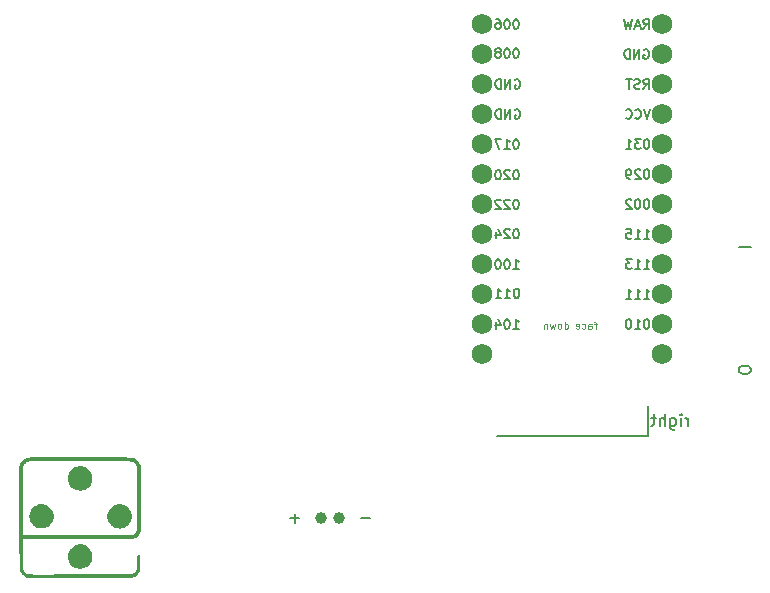
<source format=gbo>
G04 #@! TF.GenerationSoftware,KiCad,Pcbnew,(6.0.8-1)-1*
G04 #@! TF.CreationDate,2022-11-22T18:57:47+00:00*
G04 #@! TF.ProjectId,nine-nano-no-jumpers,6e696e65-2d6e-4616-9e6f-2d6e6f2d6a75,v1.0.0*
G04 #@! TF.SameCoordinates,Original*
G04 #@! TF.FileFunction,Legend,Bot*
G04 #@! TF.FilePolarity,Positive*
%FSLAX46Y46*%
G04 Gerber Fmt 4.6, Leading zero omitted, Abs format (unit mm)*
G04 Created by KiCad (PCBNEW (6.0.8-1)-1) date 2022-11-22 18:57:47*
%MOMM*%
%LPD*%
G01*
G04 APERTURE LIST*
%ADD10C,0.100000*%
%ADD11C,0.150000*%
%ADD12C,1.752600*%
%ADD13C,1.000000*%
G04 APERTURE END LIST*
D10*
G04 #@! TO.C,U1*
X177307142Y-98621428D02*
X177078571Y-98621428D01*
X177221428Y-99021428D02*
X177221428Y-98507142D01*
X177192857Y-98450000D01*
X177135714Y-98421428D01*
X177078571Y-98421428D01*
X176621428Y-99021428D02*
X176621428Y-98707142D01*
X176650000Y-98650000D01*
X176707142Y-98621428D01*
X176821428Y-98621428D01*
X176878571Y-98650000D01*
X176621428Y-98992857D02*
X176678571Y-99021428D01*
X176821428Y-99021428D01*
X176878571Y-98992857D01*
X176907142Y-98935714D01*
X176907142Y-98878571D01*
X176878571Y-98821428D01*
X176821428Y-98792857D01*
X176678571Y-98792857D01*
X176621428Y-98764285D01*
X176078571Y-98992857D02*
X176135714Y-99021428D01*
X176250000Y-99021428D01*
X176307142Y-98992857D01*
X176335714Y-98964285D01*
X176364285Y-98907142D01*
X176364285Y-98735714D01*
X176335714Y-98678571D01*
X176307142Y-98650000D01*
X176250000Y-98621428D01*
X176135714Y-98621428D01*
X176078571Y-98650000D01*
X175592857Y-98992857D02*
X175650000Y-99021428D01*
X175764285Y-99021428D01*
X175821428Y-98992857D01*
X175850000Y-98935714D01*
X175850000Y-98707142D01*
X175821428Y-98650000D01*
X175764285Y-98621428D01*
X175650000Y-98621428D01*
X175592857Y-98650000D01*
X175564285Y-98707142D01*
X175564285Y-98764285D01*
X175850000Y-98821428D01*
X174592857Y-99021428D02*
X174592857Y-98421428D01*
X174592857Y-98992857D02*
X174650000Y-99021428D01*
X174764285Y-99021428D01*
X174821428Y-98992857D01*
X174850000Y-98964285D01*
X174878571Y-98907142D01*
X174878571Y-98735714D01*
X174850000Y-98678571D01*
X174821428Y-98650000D01*
X174764285Y-98621428D01*
X174650000Y-98621428D01*
X174592857Y-98650000D01*
X174221428Y-99021428D02*
X174278571Y-98992857D01*
X174307142Y-98964285D01*
X174335714Y-98907142D01*
X174335714Y-98735714D01*
X174307142Y-98678571D01*
X174278571Y-98650000D01*
X174221428Y-98621428D01*
X174135714Y-98621428D01*
X174078571Y-98650000D01*
X174050000Y-98678571D01*
X174021428Y-98735714D01*
X174021428Y-98907142D01*
X174050000Y-98964285D01*
X174078571Y-98992857D01*
X174135714Y-99021428D01*
X174221428Y-99021428D01*
X173821428Y-98621428D02*
X173707142Y-99021428D01*
X173592857Y-98735714D01*
X173478571Y-99021428D01*
X173364285Y-98621428D01*
X173135714Y-98621428D02*
X173135714Y-99021428D01*
X173135714Y-98678571D02*
X173107142Y-98650000D01*
X173050000Y-98621428D01*
X172964285Y-98621428D01*
X172907142Y-98650000D01*
X172878571Y-98707142D01*
X172878571Y-99021428D01*
D11*
X170550000Y-95611904D02*
X170473809Y-95611904D01*
X170397619Y-95650000D01*
X170359523Y-95688095D01*
X170321428Y-95764285D01*
X170283333Y-95916666D01*
X170283333Y-96107142D01*
X170321428Y-96259523D01*
X170359523Y-96335714D01*
X170397619Y-96373809D01*
X170473809Y-96411904D01*
X170550000Y-96411904D01*
X170626190Y-96373809D01*
X170664285Y-96335714D01*
X170702380Y-96259523D01*
X170740476Y-96107142D01*
X170740476Y-95916666D01*
X170702380Y-95764285D01*
X170664285Y-95688095D01*
X170626190Y-95650000D01*
X170550000Y-95611904D01*
X169521428Y-96411904D02*
X169978571Y-96411904D01*
X169750000Y-96411904D02*
X169750000Y-95611904D01*
X169826190Y-95726190D01*
X169902380Y-95802380D01*
X169978571Y-95840476D01*
X168759523Y-96411904D02*
X169216666Y-96411904D01*
X168988095Y-96411904D02*
X168988095Y-95611904D01*
X169064285Y-95726190D01*
X169140476Y-95802380D01*
X169216666Y-95840476D01*
X181587191Y-98205904D02*
X181511000Y-98205904D01*
X181434810Y-98244000D01*
X181396714Y-98282095D01*
X181358619Y-98358285D01*
X181320524Y-98510666D01*
X181320524Y-98701142D01*
X181358619Y-98853523D01*
X181396714Y-98929714D01*
X181434810Y-98967809D01*
X181511000Y-99005904D01*
X181587191Y-99005904D01*
X181663381Y-98967809D01*
X181701476Y-98929714D01*
X181739571Y-98853523D01*
X181777667Y-98701142D01*
X181777667Y-98510666D01*
X181739571Y-98358285D01*
X181701476Y-98282095D01*
X181663381Y-98244000D01*
X181587191Y-98205904D01*
X180558619Y-99005904D02*
X181015762Y-99005904D01*
X180787191Y-99005904D02*
X180787191Y-98205904D01*
X180863381Y-98320190D01*
X180939571Y-98396380D01*
X181015762Y-98434476D01*
X180063381Y-98205904D02*
X179987191Y-98205904D01*
X179911000Y-98244000D01*
X179872905Y-98282095D01*
X179834810Y-98358285D01*
X179796714Y-98510666D01*
X179796714Y-98701142D01*
X179834810Y-98853523D01*
X179872905Y-98929714D01*
X179911000Y-98967809D01*
X179987191Y-99005904D01*
X180063381Y-99005904D01*
X180139571Y-98967809D01*
X180177667Y-98929714D01*
X180215762Y-98853523D01*
X180253857Y-98701142D01*
X180253857Y-98510666D01*
X180215762Y-98358285D01*
X180177667Y-98282095D01*
X180139571Y-98244000D01*
X180063381Y-98205904D01*
X181587191Y-88045904D02*
X181511000Y-88045904D01*
X181434810Y-88084000D01*
X181396714Y-88122095D01*
X181358619Y-88198285D01*
X181320524Y-88350666D01*
X181320524Y-88541142D01*
X181358619Y-88693523D01*
X181396714Y-88769714D01*
X181434810Y-88807809D01*
X181511000Y-88845904D01*
X181587191Y-88845904D01*
X181663381Y-88807809D01*
X181701476Y-88769714D01*
X181739571Y-88693523D01*
X181777667Y-88541142D01*
X181777667Y-88350666D01*
X181739571Y-88198285D01*
X181701476Y-88122095D01*
X181663381Y-88084000D01*
X181587191Y-88045904D01*
X180825286Y-88045904D02*
X180749095Y-88045904D01*
X180672905Y-88084000D01*
X180634810Y-88122095D01*
X180596714Y-88198285D01*
X180558619Y-88350666D01*
X180558619Y-88541142D01*
X180596714Y-88693523D01*
X180634810Y-88769714D01*
X180672905Y-88807809D01*
X180749095Y-88845904D01*
X180825286Y-88845904D01*
X180901476Y-88807809D01*
X180939571Y-88769714D01*
X180977667Y-88693523D01*
X181015762Y-88541142D01*
X181015762Y-88350666D01*
X180977667Y-88198285D01*
X180939571Y-88122095D01*
X180901476Y-88084000D01*
X180825286Y-88045904D01*
X180253857Y-88122095D02*
X180215762Y-88084000D01*
X180139571Y-88045904D01*
X179949095Y-88045904D01*
X179872905Y-88084000D01*
X179834810Y-88122095D01*
X179796714Y-88198285D01*
X179796714Y-88274476D01*
X179834810Y-88388761D01*
X180291952Y-88845904D01*
X179796714Y-88845904D01*
X181276095Y-78685904D02*
X181542761Y-78304952D01*
X181733238Y-78685904D02*
X181733238Y-77885904D01*
X181428476Y-77885904D01*
X181352285Y-77924000D01*
X181314190Y-77962095D01*
X181276095Y-78038285D01*
X181276095Y-78152571D01*
X181314190Y-78228761D01*
X181352285Y-78266857D01*
X181428476Y-78304952D01*
X181733238Y-78304952D01*
X180971333Y-78647809D02*
X180857047Y-78685904D01*
X180666571Y-78685904D01*
X180590380Y-78647809D01*
X180552285Y-78609714D01*
X180514190Y-78533523D01*
X180514190Y-78457333D01*
X180552285Y-78381142D01*
X180590380Y-78343047D01*
X180666571Y-78304952D01*
X180818952Y-78266857D01*
X180895142Y-78228761D01*
X180933238Y-78190666D01*
X180971333Y-78114476D01*
X180971333Y-78038285D01*
X180933238Y-77962095D01*
X180895142Y-77924000D01*
X180818952Y-77885904D01*
X180628476Y-77885904D01*
X180514190Y-77924000D01*
X180285619Y-77885904D02*
X179828476Y-77885904D01*
X180057047Y-78685904D02*
X180057047Y-77885904D01*
X170512810Y-82965904D02*
X170436619Y-82965904D01*
X170360429Y-83004000D01*
X170322333Y-83042095D01*
X170284238Y-83118285D01*
X170246143Y-83270666D01*
X170246143Y-83461142D01*
X170284238Y-83613523D01*
X170322333Y-83689714D01*
X170360429Y-83727809D01*
X170436619Y-83765904D01*
X170512810Y-83765904D01*
X170589000Y-83727809D01*
X170627095Y-83689714D01*
X170665190Y-83613523D01*
X170703286Y-83461142D01*
X170703286Y-83270666D01*
X170665190Y-83118285D01*
X170627095Y-83042095D01*
X170589000Y-83004000D01*
X170512810Y-82965904D01*
X169484238Y-83765904D02*
X169941381Y-83765904D01*
X169712810Y-83765904D02*
X169712810Y-82965904D01*
X169789000Y-83080190D01*
X169865190Y-83156380D01*
X169941381Y-83194476D01*
X169217571Y-82965904D02*
X168684238Y-82965904D01*
X169027095Y-83765904D01*
X170246143Y-93925904D02*
X170703286Y-93925904D01*
X170474714Y-93925904D02*
X170474714Y-93125904D01*
X170550905Y-93240190D01*
X170627095Y-93316380D01*
X170703286Y-93354476D01*
X169750905Y-93125904D02*
X169674714Y-93125904D01*
X169598524Y-93164000D01*
X169560429Y-93202095D01*
X169522333Y-93278285D01*
X169484238Y-93430666D01*
X169484238Y-93621142D01*
X169522333Y-93773523D01*
X169560429Y-93849714D01*
X169598524Y-93887809D01*
X169674714Y-93925904D01*
X169750905Y-93925904D01*
X169827095Y-93887809D01*
X169865190Y-93849714D01*
X169903286Y-93773523D01*
X169941381Y-93621142D01*
X169941381Y-93430666D01*
X169903286Y-93278285D01*
X169865190Y-93202095D01*
X169827095Y-93164000D01*
X169750905Y-93125904D01*
X168989000Y-93125904D02*
X168912810Y-93125904D01*
X168836619Y-93164000D01*
X168798524Y-93202095D01*
X168760429Y-93278285D01*
X168722333Y-93430666D01*
X168722333Y-93621142D01*
X168760429Y-93773523D01*
X168798524Y-93849714D01*
X168836619Y-93887809D01*
X168912810Y-93925904D01*
X168989000Y-93925904D01*
X169065190Y-93887809D01*
X169103286Y-93849714D01*
X169141381Y-93773523D01*
X169179476Y-93621142D01*
X169179476Y-93430666D01*
X169141381Y-93278285D01*
X169103286Y-93202095D01*
X169065190Y-93164000D01*
X168989000Y-93125904D01*
X181320524Y-91385904D02*
X181777667Y-91385904D01*
X181549095Y-91385904D02*
X181549095Y-90585904D01*
X181625286Y-90700190D01*
X181701476Y-90776380D01*
X181777667Y-90814476D01*
X180558619Y-91385904D02*
X181015762Y-91385904D01*
X180787191Y-91385904D02*
X180787191Y-90585904D01*
X180863381Y-90700190D01*
X180939571Y-90776380D01*
X181015762Y-90814476D01*
X179834810Y-90585904D02*
X180215762Y-90585904D01*
X180253857Y-90966857D01*
X180215762Y-90928761D01*
X180139571Y-90890666D01*
X179949095Y-90890666D01*
X179872905Y-90928761D01*
X179834810Y-90966857D01*
X179796714Y-91043047D01*
X179796714Y-91233523D01*
X179834810Y-91309714D01*
X179872905Y-91347809D01*
X179949095Y-91385904D01*
X180139571Y-91385904D01*
X180215762Y-91347809D01*
X180253857Y-91309714D01*
X170512810Y-90575904D02*
X170436619Y-90575904D01*
X170360429Y-90614000D01*
X170322333Y-90652095D01*
X170284238Y-90728285D01*
X170246143Y-90880666D01*
X170246143Y-91071142D01*
X170284238Y-91223523D01*
X170322333Y-91299714D01*
X170360429Y-91337809D01*
X170436619Y-91375904D01*
X170512810Y-91375904D01*
X170589000Y-91337809D01*
X170627095Y-91299714D01*
X170665190Y-91223523D01*
X170703286Y-91071142D01*
X170703286Y-90880666D01*
X170665190Y-90728285D01*
X170627095Y-90652095D01*
X170589000Y-90614000D01*
X170512810Y-90575904D01*
X169941381Y-90652095D02*
X169903286Y-90614000D01*
X169827095Y-90575904D01*
X169636619Y-90575904D01*
X169560429Y-90614000D01*
X169522333Y-90652095D01*
X169484238Y-90728285D01*
X169484238Y-90804476D01*
X169522333Y-90918761D01*
X169979476Y-91375904D01*
X169484238Y-91375904D01*
X168798524Y-90842571D02*
X168798524Y-91375904D01*
X168989000Y-90537809D02*
X169179476Y-91109238D01*
X168684238Y-91109238D01*
X181314190Y-75384000D02*
X181390381Y-75345904D01*
X181504667Y-75345904D01*
X181618952Y-75384000D01*
X181695143Y-75460190D01*
X181733238Y-75536380D01*
X181771333Y-75688761D01*
X181771333Y-75803047D01*
X181733238Y-75955428D01*
X181695143Y-76031619D01*
X181618952Y-76107809D01*
X181504667Y-76145904D01*
X181428476Y-76145904D01*
X181314190Y-76107809D01*
X181276095Y-76069714D01*
X181276095Y-75803047D01*
X181428476Y-75803047D01*
X180933238Y-76145904D02*
X180933238Y-75345904D01*
X180476095Y-76145904D01*
X180476095Y-75345904D01*
X180095143Y-76145904D02*
X180095143Y-75345904D01*
X179904667Y-75345904D01*
X179790381Y-75384000D01*
X179714190Y-75460190D01*
X179676095Y-75536380D01*
X179638000Y-75688761D01*
X179638000Y-75803047D01*
X179676095Y-75955428D01*
X179714190Y-76031619D01*
X179790381Y-76107809D01*
X179904667Y-76145904D01*
X180095143Y-76145904D01*
X170398523Y-80464000D02*
X170474714Y-80425904D01*
X170589000Y-80425904D01*
X170703285Y-80464000D01*
X170779476Y-80540190D01*
X170817571Y-80616380D01*
X170855666Y-80768761D01*
X170855666Y-80883047D01*
X170817571Y-81035428D01*
X170779476Y-81111619D01*
X170703285Y-81187809D01*
X170589000Y-81225904D01*
X170512809Y-81225904D01*
X170398523Y-81187809D01*
X170360428Y-81149714D01*
X170360428Y-80883047D01*
X170512809Y-80883047D01*
X170017571Y-81225904D02*
X170017571Y-80425904D01*
X169560428Y-81225904D01*
X169560428Y-80425904D01*
X169179476Y-81225904D02*
X169179476Y-80425904D01*
X168989000Y-80425904D01*
X168874714Y-80464000D01*
X168798523Y-80540190D01*
X168760428Y-80616380D01*
X168722333Y-80768761D01*
X168722333Y-80883047D01*
X168760428Y-81035428D01*
X168798523Y-81111619D01*
X168874714Y-81187809D01*
X168989000Y-81225904D01*
X169179476Y-81225904D01*
X170512810Y-75275904D02*
X170436619Y-75275904D01*
X170360429Y-75314000D01*
X170322333Y-75352095D01*
X170284238Y-75428285D01*
X170246143Y-75580666D01*
X170246143Y-75771142D01*
X170284238Y-75923523D01*
X170322333Y-75999714D01*
X170360429Y-76037809D01*
X170436619Y-76075904D01*
X170512810Y-76075904D01*
X170589000Y-76037809D01*
X170627095Y-75999714D01*
X170665190Y-75923523D01*
X170703286Y-75771142D01*
X170703286Y-75580666D01*
X170665190Y-75428285D01*
X170627095Y-75352095D01*
X170589000Y-75314000D01*
X170512810Y-75275904D01*
X169750905Y-75275904D02*
X169674714Y-75275904D01*
X169598524Y-75314000D01*
X169560429Y-75352095D01*
X169522333Y-75428285D01*
X169484238Y-75580666D01*
X169484238Y-75771142D01*
X169522333Y-75923523D01*
X169560429Y-75999714D01*
X169598524Y-76037809D01*
X169674714Y-76075904D01*
X169750905Y-76075904D01*
X169827095Y-76037809D01*
X169865190Y-75999714D01*
X169903286Y-75923523D01*
X169941381Y-75771142D01*
X169941381Y-75580666D01*
X169903286Y-75428285D01*
X169865190Y-75352095D01*
X169827095Y-75314000D01*
X169750905Y-75275904D01*
X169027095Y-75618761D02*
X169103286Y-75580666D01*
X169141381Y-75542571D01*
X169179476Y-75466380D01*
X169179476Y-75428285D01*
X169141381Y-75352095D01*
X169103286Y-75314000D01*
X169027095Y-75275904D01*
X168874714Y-75275904D01*
X168798524Y-75314000D01*
X168760429Y-75352095D01*
X168722333Y-75428285D01*
X168722333Y-75466380D01*
X168760429Y-75542571D01*
X168798524Y-75580666D01*
X168874714Y-75618761D01*
X169027095Y-75618761D01*
X169103286Y-75656857D01*
X169141381Y-75694952D01*
X169179476Y-75771142D01*
X169179476Y-75923523D01*
X169141381Y-75999714D01*
X169103286Y-76037809D01*
X169027095Y-76075904D01*
X168874714Y-76075904D01*
X168798524Y-76037809D01*
X168760429Y-75999714D01*
X168722333Y-75923523D01*
X168722333Y-75771142D01*
X168760429Y-75694952D01*
X168798524Y-75656857D01*
X168874714Y-75618761D01*
X181587191Y-82965904D02*
X181511000Y-82965904D01*
X181434810Y-83004000D01*
X181396714Y-83042095D01*
X181358619Y-83118285D01*
X181320524Y-83270666D01*
X181320524Y-83461142D01*
X181358619Y-83613523D01*
X181396714Y-83689714D01*
X181434810Y-83727809D01*
X181511000Y-83765904D01*
X181587191Y-83765904D01*
X181663381Y-83727809D01*
X181701476Y-83689714D01*
X181739571Y-83613523D01*
X181777667Y-83461142D01*
X181777667Y-83270666D01*
X181739571Y-83118285D01*
X181701476Y-83042095D01*
X181663381Y-83004000D01*
X181587191Y-82965904D01*
X181053857Y-82965904D02*
X180558619Y-82965904D01*
X180825286Y-83270666D01*
X180711000Y-83270666D01*
X180634810Y-83308761D01*
X180596714Y-83346857D01*
X180558619Y-83423047D01*
X180558619Y-83613523D01*
X180596714Y-83689714D01*
X180634810Y-83727809D01*
X180711000Y-83765904D01*
X180939571Y-83765904D01*
X181015762Y-83727809D01*
X181053857Y-83689714D01*
X179796714Y-83765904D02*
X180253857Y-83765904D01*
X180025286Y-83765904D02*
X180025286Y-82965904D01*
X180101476Y-83080190D01*
X180177667Y-83156380D01*
X180253857Y-83194476D01*
X181320524Y-93925904D02*
X181777667Y-93925904D01*
X181549095Y-93925904D02*
X181549095Y-93125904D01*
X181625286Y-93240190D01*
X181701476Y-93316380D01*
X181777667Y-93354476D01*
X180558619Y-93925904D02*
X181015762Y-93925904D01*
X180787191Y-93925904D02*
X180787191Y-93125904D01*
X180863381Y-93240190D01*
X180939571Y-93316380D01*
X181015762Y-93354476D01*
X180291952Y-93125904D02*
X179796714Y-93125904D01*
X180063381Y-93430666D01*
X179949095Y-93430666D01*
X179872905Y-93468761D01*
X179834810Y-93506857D01*
X179796714Y-93583047D01*
X179796714Y-93773523D01*
X179834810Y-93849714D01*
X179872905Y-93887809D01*
X179949095Y-93925904D01*
X180177667Y-93925904D01*
X180253857Y-93887809D01*
X180291952Y-93849714D01*
X170512810Y-88075904D02*
X170436619Y-88075904D01*
X170360429Y-88114000D01*
X170322333Y-88152095D01*
X170284238Y-88228285D01*
X170246143Y-88380666D01*
X170246143Y-88571142D01*
X170284238Y-88723523D01*
X170322333Y-88799714D01*
X170360429Y-88837809D01*
X170436619Y-88875904D01*
X170512810Y-88875904D01*
X170589000Y-88837809D01*
X170627095Y-88799714D01*
X170665190Y-88723523D01*
X170703286Y-88571142D01*
X170703286Y-88380666D01*
X170665190Y-88228285D01*
X170627095Y-88152095D01*
X170589000Y-88114000D01*
X170512810Y-88075904D01*
X169941381Y-88152095D02*
X169903286Y-88114000D01*
X169827095Y-88075904D01*
X169636619Y-88075904D01*
X169560429Y-88114000D01*
X169522333Y-88152095D01*
X169484238Y-88228285D01*
X169484238Y-88304476D01*
X169522333Y-88418761D01*
X169979476Y-88875904D01*
X169484238Y-88875904D01*
X169179476Y-88152095D02*
X169141381Y-88114000D01*
X169065190Y-88075904D01*
X168874714Y-88075904D01*
X168798524Y-88114000D01*
X168760429Y-88152095D01*
X168722333Y-88228285D01*
X168722333Y-88304476D01*
X168760429Y-88418761D01*
X169217571Y-88875904D01*
X168722333Y-88875904D01*
X181853857Y-80425904D02*
X181587191Y-81225904D01*
X181320524Y-80425904D01*
X180596714Y-81149714D02*
X180634810Y-81187809D01*
X180749095Y-81225904D01*
X180825286Y-81225904D01*
X180939571Y-81187809D01*
X181015762Y-81111619D01*
X181053857Y-81035428D01*
X181091952Y-80883047D01*
X181091952Y-80768761D01*
X181053857Y-80616380D01*
X181015762Y-80540190D01*
X180939571Y-80464000D01*
X180825286Y-80425904D01*
X180749095Y-80425904D01*
X180634810Y-80464000D01*
X180596714Y-80502095D01*
X179796714Y-81149714D02*
X179834810Y-81187809D01*
X179949095Y-81225904D01*
X180025286Y-81225904D01*
X180139571Y-81187809D01*
X180215762Y-81111619D01*
X180253857Y-81035428D01*
X180291952Y-80883047D01*
X180291952Y-80768761D01*
X180253857Y-80616380D01*
X180215762Y-80540190D01*
X180139571Y-80464000D01*
X180025286Y-80425904D01*
X179949095Y-80425904D01*
X179834810Y-80464000D01*
X179796714Y-80502095D01*
X170246143Y-99005904D02*
X170703286Y-99005904D01*
X170474714Y-99005904D02*
X170474714Y-98205904D01*
X170550905Y-98320190D01*
X170627095Y-98396380D01*
X170703286Y-98434476D01*
X169750905Y-98205904D02*
X169674714Y-98205904D01*
X169598524Y-98244000D01*
X169560429Y-98282095D01*
X169522333Y-98358285D01*
X169484238Y-98510666D01*
X169484238Y-98701142D01*
X169522333Y-98853523D01*
X169560429Y-98929714D01*
X169598524Y-98967809D01*
X169674714Y-99005904D01*
X169750905Y-99005904D01*
X169827095Y-98967809D01*
X169865190Y-98929714D01*
X169903286Y-98853523D01*
X169941381Y-98701142D01*
X169941381Y-98510666D01*
X169903286Y-98358285D01*
X169865190Y-98282095D01*
X169827095Y-98244000D01*
X169750905Y-98205904D01*
X168798524Y-98472571D02*
X168798524Y-99005904D01*
X168989000Y-98167809D02*
X169179476Y-98739238D01*
X168684238Y-98739238D01*
X170398523Y-77924000D02*
X170474714Y-77885904D01*
X170589000Y-77885904D01*
X170703285Y-77924000D01*
X170779476Y-78000190D01*
X170817571Y-78076380D01*
X170855666Y-78228761D01*
X170855666Y-78343047D01*
X170817571Y-78495428D01*
X170779476Y-78571619D01*
X170703285Y-78647809D01*
X170589000Y-78685904D01*
X170512809Y-78685904D01*
X170398523Y-78647809D01*
X170360428Y-78609714D01*
X170360428Y-78343047D01*
X170512809Y-78343047D01*
X170017571Y-78685904D02*
X170017571Y-77885904D01*
X169560428Y-78685904D01*
X169560428Y-77885904D01*
X169179476Y-78685904D02*
X169179476Y-77885904D01*
X168989000Y-77885904D01*
X168874714Y-77924000D01*
X168798523Y-78000190D01*
X168760428Y-78076380D01*
X168722333Y-78228761D01*
X168722333Y-78343047D01*
X168760428Y-78495428D01*
X168798523Y-78571619D01*
X168874714Y-78647809D01*
X168989000Y-78685904D01*
X169179476Y-78685904D01*
X170512810Y-85575904D02*
X170436619Y-85575904D01*
X170360429Y-85614000D01*
X170322333Y-85652095D01*
X170284238Y-85728285D01*
X170246143Y-85880666D01*
X170246143Y-86071142D01*
X170284238Y-86223523D01*
X170322333Y-86299714D01*
X170360429Y-86337809D01*
X170436619Y-86375904D01*
X170512810Y-86375904D01*
X170589000Y-86337809D01*
X170627095Y-86299714D01*
X170665190Y-86223523D01*
X170703286Y-86071142D01*
X170703286Y-85880666D01*
X170665190Y-85728285D01*
X170627095Y-85652095D01*
X170589000Y-85614000D01*
X170512810Y-85575904D01*
X169941381Y-85652095D02*
X169903286Y-85614000D01*
X169827095Y-85575904D01*
X169636619Y-85575904D01*
X169560429Y-85614000D01*
X169522333Y-85652095D01*
X169484238Y-85728285D01*
X169484238Y-85804476D01*
X169522333Y-85918761D01*
X169979476Y-86375904D01*
X169484238Y-86375904D01*
X168989000Y-85575904D02*
X168912810Y-85575904D01*
X168836619Y-85614000D01*
X168798524Y-85652095D01*
X168760429Y-85728285D01*
X168722333Y-85880666D01*
X168722333Y-86071142D01*
X168760429Y-86223523D01*
X168798524Y-86299714D01*
X168836619Y-86337809D01*
X168912810Y-86375904D01*
X168989000Y-86375904D01*
X169065190Y-86337809D01*
X169103286Y-86299714D01*
X169141381Y-86223523D01*
X169179476Y-86071142D01*
X169179476Y-85880666D01*
X169141381Y-85728285D01*
X169103286Y-85652095D01*
X169065190Y-85614000D01*
X168989000Y-85575904D01*
X170512810Y-72805904D02*
X170436619Y-72805904D01*
X170360429Y-72844000D01*
X170322333Y-72882095D01*
X170284238Y-72958285D01*
X170246143Y-73110666D01*
X170246143Y-73301142D01*
X170284238Y-73453523D01*
X170322333Y-73529714D01*
X170360429Y-73567809D01*
X170436619Y-73605904D01*
X170512810Y-73605904D01*
X170589000Y-73567809D01*
X170627095Y-73529714D01*
X170665190Y-73453523D01*
X170703286Y-73301142D01*
X170703286Y-73110666D01*
X170665190Y-72958285D01*
X170627095Y-72882095D01*
X170589000Y-72844000D01*
X170512810Y-72805904D01*
X169750905Y-72805904D02*
X169674714Y-72805904D01*
X169598524Y-72844000D01*
X169560429Y-72882095D01*
X169522333Y-72958285D01*
X169484238Y-73110666D01*
X169484238Y-73301142D01*
X169522333Y-73453523D01*
X169560429Y-73529714D01*
X169598524Y-73567809D01*
X169674714Y-73605904D01*
X169750905Y-73605904D01*
X169827095Y-73567809D01*
X169865190Y-73529714D01*
X169903286Y-73453523D01*
X169941381Y-73301142D01*
X169941381Y-73110666D01*
X169903286Y-72958285D01*
X169865190Y-72882095D01*
X169827095Y-72844000D01*
X169750905Y-72805904D01*
X168798524Y-72805904D02*
X168950905Y-72805904D01*
X169027095Y-72844000D01*
X169065190Y-72882095D01*
X169141381Y-72996380D01*
X169179476Y-73148761D01*
X169179476Y-73453523D01*
X169141381Y-73529714D01*
X169103286Y-73567809D01*
X169027095Y-73605904D01*
X168874714Y-73605904D01*
X168798524Y-73567809D01*
X168760429Y-73529714D01*
X168722333Y-73453523D01*
X168722333Y-73263047D01*
X168760429Y-73186857D01*
X168798524Y-73148761D01*
X168874714Y-73110666D01*
X169027095Y-73110666D01*
X169103286Y-73148761D01*
X169141381Y-73186857D01*
X169179476Y-73263047D01*
X181587191Y-85505904D02*
X181511000Y-85505904D01*
X181434810Y-85544000D01*
X181396714Y-85582095D01*
X181358619Y-85658285D01*
X181320524Y-85810666D01*
X181320524Y-86001142D01*
X181358619Y-86153523D01*
X181396714Y-86229714D01*
X181434810Y-86267809D01*
X181511000Y-86305904D01*
X181587191Y-86305904D01*
X181663381Y-86267809D01*
X181701476Y-86229714D01*
X181739571Y-86153523D01*
X181777667Y-86001142D01*
X181777667Y-85810666D01*
X181739571Y-85658285D01*
X181701476Y-85582095D01*
X181663381Y-85544000D01*
X181587191Y-85505904D01*
X181015762Y-85582095D02*
X180977667Y-85544000D01*
X180901476Y-85505904D01*
X180711000Y-85505904D01*
X180634810Y-85544000D01*
X180596714Y-85582095D01*
X180558619Y-85658285D01*
X180558619Y-85734476D01*
X180596714Y-85848761D01*
X181053857Y-86305904D01*
X180558619Y-86305904D01*
X180177667Y-86305904D02*
X180025286Y-86305904D01*
X179949095Y-86267809D01*
X179911000Y-86229714D01*
X179834810Y-86115428D01*
X179796714Y-85963047D01*
X179796714Y-85658285D01*
X179834810Y-85582095D01*
X179872905Y-85544000D01*
X179949095Y-85505904D01*
X180101476Y-85505904D01*
X180177667Y-85544000D01*
X180215762Y-85582095D01*
X180253857Y-85658285D01*
X180253857Y-85848761D01*
X180215762Y-85924952D01*
X180177667Y-85963047D01*
X180101476Y-86001142D01*
X179949095Y-86001142D01*
X179872905Y-85963047D01*
X179834810Y-85924952D01*
X179796714Y-85848761D01*
X181320524Y-96465904D02*
X181777667Y-96465904D01*
X181549095Y-96465904D02*
X181549095Y-95665904D01*
X181625286Y-95780190D01*
X181701476Y-95856380D01*
X181777667Y-95894476D01*
X180558619Y-96465904D02*
X181015762Y-96465904D01*
X180787191Y-96465904D02*
X180787191Y-95665904D01*
X180863381Y-95780190D01*
X180939571Y-95856380D01*
X181015762Y-95894476D01*
X179796714Y-96465904D02*
X180253857Y-96465904D01*
X180025286Y-96465904D02*
X180025286Y-95665904D01*
X180101476Y-95780190D01*
X180177667Y-95856380D01*
X180253857Y-95894476D01*
X181276095Y-73605904D02*
X181542762Y-73224952D01*
X181733238Y-73605904D02*
X181733238Y-72805904D01*
X181428476Y-72805904D01*
X181352286Y-72844000D01*
X181314191Y-72882095D01*
X181276095Y-72958285D01*
X181276095Y-73072571D01*
X181314191Y-73148761D01*
X181352286Y-73186857D01*
X181428476Y-73224952D01*
X181733238Y-73224952D01*
X180971334Y-73377333D02*
X180590381Y-73377333D01*
X181047524Y-73605904D02*
X180780857Y-72805904D01*
X180514191Y-73605904D01*
X180323715Y-72805904D02*
X180133238Y-73605904D01*
X179980857Y-73034476D01*
X179828476Y-73605904D01*
X179638000Y-72805904D01*
G04 #@! TO.C,J3*
X185072000Y-107247380D02*
X185072000Y-106580714D01*
X185072000Y-106771190D02*
X185024380Y-106675952D01*
X184976761Y-106628333D01*
X184881523Y-106580714D01*
X184786285Y-106580714D01*
X184452952Y-107247380D02*
X184452952Y-106580714D01*
X184452952Y-106247380D02*
X184500571Y-106295000D01*
X184452952Y-106342619D01*
X184405333Y-106295000D01*
X184452952Y-106247380D01*
X184452952Y-106342619D01*
X183548190Y-106580714D02*
X183548190Y-107390238D01*
X183595809Y-107485476D01*
X183643428Y-107533095D01*
X183738666Y-107580714D01*
X183881523Y-107580714D01*
X183976761Y-107533095D01*
X183548190Y-107199761D02*
X183643428Y-107247380D01*
X183833904Y-107247380D01*
X183929142Y-107199761D01*
X183976761Y-107152142D01*
X184024380Y-107056904D01*
X184024380Y-106771190D01*
X183976761Y-106675952D01*
X183929142Y-106628333D01*
X183833904Y-106580714D01*
X183643428Y-106580714D01*
X183548190Y-106628333D01*
X183072000Y-107247380D02*
X183072000Y-106247380D01*
X182643428Y-107247380D02*
X182643428Y-106723571D01*
X182691047Y-106628333D01*
X182786285Y-106580714D01*
X182929142Y-106580714D01*
X183024380Y-106628333D01*
X183072000Y-106675952D01*
X182310095Y-106580714D02*
X181929142Y-106580714D01*
X182167238Y-106247380D02*
X182167238Y-107104523D01*
X182119619Y-107199761D01*
X182024380Y-107247380D01*
X181929142Y-107247380D01*
G04 #@! TO.C,SWF1*
X189352380Y-102595238D02*
X189352380Y-102404761D01*
X189400000Y-102309523D01*
X189495238Y-102214285D01*
X189685714Y-102166666D01*
X190019047Y-102166666D01*
X190209523Y-102214285D01*
X190304761Y-102309523D01*
X190352380Y-102404761D01*
X190352380Y-102595238D01*
X190304761Y-102690476D01*
X190209523Y-102785714D01*
X190019047Y-102833333D01*
X189685714Y-102833333D01*
X189495238Y-102785714D01*
X189400000Y-102690476D01*
X189352380Y-102595238D01*
X190352380Y-92100000D02*
X189352380Y-92100000D01*
G04 #@! TO.C,J1*
X157369047Y-115071428D02*
X158130952Y-115071428D01*
X151369047Y-115071428D02*
X152130952Y-115071428D01*
X151750000Y-115452380D02*
X151750000Y-114690476D01*
G04 #@! TO.C,J3*
X181660000Y-108075000D02*
X168840000Y-108065000D01*
X181660000Y-105535000D02*
X181660000Y-108075000D01*
G04 #@! TO.C,G\u002A\u002A\u002A*
G36*
X138695041Y-116134241D02*
G01*
X138676981Y-116191013D01*
X138649461Y-116260568D01*
X138617103Y-116329889D01*
X138582575Y-116393312D01*
X138548547Y-116445172D01*
X138471023Y-116536618D01*
X138377068Y-116621737D01*
X138272491Y-116693378D01*
X138158365Y-116750814D01*
X138035758Y-116793319D01*
X137948172Y-116817413D01*
X128729724Y-116821907D01*
X128729706Y-116916005D01*
X128729797Y-116945330D01*
X128730103Y-116991903D01*
X128730611Y-117052295D01*
X128731302Y-117125199D01*
X128732161Y-117209311D01*
X128733171Y-117303324D01*
X128734315Y-117405934D01*
X128735577Y-117515834D01*
X128736940Y-117631719D01*
X128738388Y-117752283D01*
X128739903Y-117876220D01*
X128741469Y-118002226D01*
X128743070Y-118128995D01*
X128744688Y-118255220D01*
X128746308Y-118379596D01*
X128747913Y-118500818D01*
X128749486Y-118617580D01*
X128751010Y-118728576D01*
X128752468Y-118832501D01*
X128753845Y-118928049D01*
X128755124Y-119013915D01*
X128756287Y-119088792D01*
X128757319Y-119151376D01*
X128758202Y-119200361D01*
X128758920Y-119234441D01*
X128759457Y-119252310D01*
X128772119Y-119352317D01*
X128800388Y-119448241D01*
X128843006Y-119536645D01*
X128898809Y-119616135D01*
X128966631Y-119685312D01*
X129045309Y-119742783D01*
X129133676Y-119787150D01*
X129230570Y-119817017D01*
X129232173Y-119817324D01*
X129241063Y-119818364D01*
X129255281Y-119819340D01*
X129275195Y-119820252D01*
X129301176Y-119821101D01*
X129333593Y-119821885D01*
X129372815Y-119822606D01*
X129419211Y-119823263D01*
X129473152Y-119823855D01*
X129535005Y-119824384D01*
X129605141Y-119824849D01*
X129683929Y-119825250D01*
X129771739Y-119825587D01*
X129868939Y-119825860D01*
X129975900Y-119826069D01*
X130092989Y-119826214D01*
X130220578Y-119826295D01*
X130359036Y-119826312D01*
X130508730Y-119826265D01*
X130670032Y-119826154D01*
X130843311Y-119825978D01*
X131028935Y-119825739D01*
X131227274Y-119825435D01*
X131438698Y-119825067D01*
X131663576Y-119824636D01*
X131902277Y-119824139D01*
X132155171Y-119823579D01*
X132422627Y-119822955D01*
X132705014Y-119822266D01*
X133002702Y-119821513D01*
X133316061Y-119820695D01*
X133645459Y-119819814D01*
X133991266Y-119818868D01*
X134353851Y-119817858D01*
X134733585Y-119816783D01*
X134963940Y-119816122D01*
X135234407Y-119815328D01*
X135488273Y-119814562D01*
X135726044Y-119813819D01*
X135948228Y-119813098D01*
X136155331Y-119812393D01*
X136347861Y-119811703D01*
X136526325Y-119811023D01*
X136691229Y-119810351D01*
X136843081Y-119809682D01*
X136982388Y-119809014D01*
X137109656Y-119808343D01*
X137225394Y-119807666D01*
X137330107Y-119806979D01*
X137424304Y-119806279D01*
X137508490Y-119805563D01*
X137583174Y-119804827D01*
X137648862Y-119804068D01*
X137706061Y-119803282D01*
X137755278Y-119802467D01*
X137797021Y-119801619D01*
X137831796Y-119800734D01*
X137860110Y-119799809D01*
X137882471Y-119798841D01*
X137899386Y-119797826D01*
X137911361Y-119796761D01*
X137918903Y-119795643D01*
X137996077Y-119774740D01*
X138082418Y-119737030D01*
X138161259Y-119684830D01*
X138235123Y-119616713D01*
X138264831Y-119583504D01*
X138307138Y-119526500D01*
X138340811Y-119464978D01*
X138369744Y-119392448D01*
X138377496Y-119369582D01*
X138383504Y-119349191D01*
X138387867Y-119328842D01*
X138390854Y-119305610D01*
X138392738Y-119276568D01*
X138393788Y-119238788D01*
X138394277Y-119189344D01*
X138394474Y-119125310D01*
X138394486Y-119093674D01*
X138394308Y-119027726D01*
X138393905Y-118950344D01*
X138393305Y-118865372D01*
X138392537Y-118776653D01*
X138391629Y-118688028D01*
X138390609Y-118603341D01*
X138386356Y-118278442D01*
X138409534Y-118243417D01*
X138414915Y-118235817D01*
X138449202Y-118203386D01*
X138490380Y-118184431D01*
X138534833Y-118178953D01*
X138578945Y-118186952D01*
X138619102Y-118208429D01*
X138651685Y-118243385D01*
X138674842Y-118278377D01*
X138682018Y-118616447D01*
X138683198Y-118677516D01*
X138684574Y-118767166D01*
X138685602Y-118858178D01*
X138686258Y-118946775D01*
X138686515Y-119029185D01*
X138686347Y-119101633D01*
X138685729Y-119160344D01*
X138684825Y-119210850D01*
X138683527Y-119266354D01*
X138681889Y-119309528D01*
X138679627Y-119343359D01*
X138676455Y-119370835D01*
X138672091Y-119394943D01*
X138666249Y-119418668D01*
X138658646Y-119445000D01*
X138626526Y-119537378D01*
X138573738Y-119648180D01*
X138508235Y-119748059D01*
X138429190Y-119838431D01*
X138398963Y-119867380D01*
X138306209Y-119941691D01*
X138204866Y-120002105D01*
X138093348Y-120049473D01*
X137970069Y-120084644D01*
X137966725Y-120085344D01*
X137959527Y-120086543D01*
X137950326Y-120087680D01*
X137938622Y-120088759D01*
X137923915Y-120089784D01*
X137905704Y-120090757D01*
X137883488Y-120091683D01*
X137856768Y-120092564D01*
X137825042Y-120093405D01*
X137787811Y-120094208D01*
X137744573Y-120094978D01*
X137694828Y-120095717D01*
X137638077Y-120096429D01*
X137573817Y-120097118D01*
X137501549Y-120097787D01*
X137420773Y-120098440D01*
X137330988Y-120099080D01*
X137231693Y-120099710D01*
X137122387Y-120100334D01*
X137002572Y-120100955D01*
X136871745Y-120101578D01*
X136729407Y-120102205D01*
X136575057Y-120102839D01*
X136408194Y-120103485D01*
X136228319Y-120104146D01*
X136034930Y-120104825D01*
X135827527Y-120105526D01*
X135605610Y-120106252D01*
X135368678Y-120107007D01*
X135116231Y-120107794D01*
X134847768Y-120108617D01*
X134562789Y-120109478D01*
X134260793Y-120110383D01*
X134211677Y-120110529D01*
X133953022Y-120111289D01*
X133695805Y-120112030D01*
X133440758Y-120112748D01*
X133188611Y-120113444D01*
X132940095Y-120114114D01*
X132695942Y-120114758D01*
X132456881Y-120115374D01*
X132223644Y-120115960D01*
X131996961Y-120116515D01*
X131777563Y-120117036D01*
X131566182Y-120117523D01*
X131363548Y-120117973D01*
X131170392Y-120118385D01*
X130987444Y-120118758D01*
X130815436Y-120119090D01*
X130655098Y-120119378D01*
X130507162Y-120119623D01*
X130372357Y-120119821D01*
X130251416Y-120119971D01*
X130145068Y-120120072D01*
X130054045Y-120120122D01*
X129979077Y-120120119D01*
X129920896Y-120120063D01*
X129224586Y-120118873D01*
X129137625Y-120095165D01*
X129104862Y-120085627D01*
X128986450Y-120040257D01*
X128877798Y-119981004D01*
X128779793Y-119908827D01*
X128693323Y-119824680D01*
X128619276Y-119729521D01*
X128558539Y-119624305D01*
X128512002Y-119509988D01*
X128480551Y-119387527D01*
X128479456Y-119381101D01*
X128477556Y-119366669D01*
X128475756Y-119347998D01*
X128474039Y-119324257D01*
X128472384Y-119294616D01*
X128470771Y-119258246D01*
X128469182Y-119214318D01*
X128467596Y-119162001D01*
X128465994Y-119100465D01*
X128464356Y-119028881D01*
X128462662Y-118946419D01*
X128460894Y-118852250D01*
X128459031Y-118745543D01*
X128457053Y-118625469D01*
X128454941Y-118491198D01*
X128452676Y-118341901D01*
X128450238Y-118176747D01*
X128447606Y-117994906D01*
X128445809Y-117867775D01*
X128444058Y-117739331D01*
X128442419Y-117613615D01*
X128440888Y-117489745D01*
X128439461Y-117366842D01*
X128438131Y-117244025D01*
X128436896Y-117120415D01*
X128435751Y-116995130D01*
X128434690Y-116867291D01*
X128433709Y-116736018D01*
X128432804Y-116600430D01*
X128432144Y-116488965D01*
X128755870Y-116488965D01*
X133330124Y-116488220D01*
X133387337Y-116488211D01*
X133735917Y-116488144D01*
X134067418Y-116488064D01*
X134382217Y-116487969D01*
X134680692Y-116487860D01*
X134963220Y-116487734D01*
X135230179Y-116487591D01*
X135481946Y-116487431D01*
X135718900Y-116487251D01*
X135941417Y-116487051D01*
X136149875Y-116486831D01*
X136344652Y-116486588D01*
X136526126Y-116486323D01*
X136694673Y-116486034D01*
X136850672Y-116485720D01*
X136994500Y-116485381D01*
X137126535Y-116485015D01*
X137247154Y-116484622D01*
X137356735Y-116484200D01*
X137455656Y-116483748D01*
X137544293Y-116483267D01*
X137623025Y-116482753D01*
X137692230Y-116482208D01*
X137752284Y-116481629D01*
X137803565Y-116481016D01*
X137846451Y-116480368D01*
X137881320Y-116479683D01*
X137908549Y-116478962D01*
X137928516Y-116478202D01*
X137941597Y-116477404D01*
X137948172Y-116476566D01*
X137966110Y-116471576D01*
X138004184Y-116459003D01*
X138040138Y-116445102D01*
X138045184Y-116442920D01*
X138131296Y-116395794D01*
X138207779Y-116334565D01*
X138273641Y-116260339D01*
X138327895Y-116174219D01*
X138369550Y-116077310D01*
X138370094Y-116075697D01*
X138371650Y-116070509D01*
X138373101Y-116064332D01*
X138374453Y-116056574D01*
X138375707Y-116046646D01*
X138376868Y-116033957D01*
X138377940Y-116017917D01*
X138378925Y-115997935D01*
X138379827Y-115973422D01*
X138380651Y-115943788D01*
X138381400Y-115908441D01*
X138382076Y-115866792D01*
X138382685Y-115818250D01*
X138383229Y-115762226D01*
X138383712Y-115698128D01*
X138384138Y-115625367D01*
X138384510Y-115543353D01*
X138384832Y-115451494D01*
X138385108Y-115349202D01*
X138385341Y-115235885D01*
X138385534Y-115110953D01*
X138385692Y-114973817D01*
X138385818Y-114823885D01*
X138385915Y-114660568D01*
X138385988Y-114483275D01*
X138386039Y-114291416D01*
X138386072Y-114084401D01*
X138386092Y-113861640D01*
X138386101Y-113622542D01*
X138386103Y-113366517D01*
X138386100Y-113115677D01*
X138386090Y-112876079D01*
X138386068Y-112652832D01*
X138386031Y-112445346D01*
X138385976Y-112253032D01*
X138385898Y-112075298D01*
X138385796Y-111911557D01*
X138385664Y-111761218D01*
X138385501Y-111623692D01*
X138385301Y-111498389D01*
X138385062Y-111384718D01*
X138384780Y-111282092D01*
X138384452Y-111189919D01*
X138384074Y-111107611D01*
X138383643Y-111034577D01*
X138383155Y-110970228D01*
X138382606Y-110913975D01*
X138381994Y-110865227D01*
X138381315Y-110823395D01*
X138380565Y-110787889D01*
X138379740Y-110758120D01*
X138378838Y-110733497D01*
X138377855Y-110713432D01*
X138376787Y-110697335D01*
X138375631Y-110684616D01*
X138374383Y-110674684D01*
X138373039Y-110666952D01*
X138371597Y-110660828D01*
X138370053Y-110655724D01*
X138369978Y-110655498D01*
X138343460Y-110585797D01*
X138312912Y-110527241D01*
X138274453Y-110473509D01*
X138224200Y-110418280D01*
X138217431Y-110411470D01*
X138179835Y-110375519D01*
X138147100Y-110348663D01*
X138113966Y-110326956D01*
X138075172Y-110306450D01*
X138072974Y-110305357D01*
X138064347Y-110300709D01*
X138057055Y-110296300D01*
X138050638Y-110292127D01*
X138044636Y-110288181D01*
X138038590Y-110284456D01*
X138032040Y-110280947D01*
X138024525Y-110277647D01*
X138015587Y-110274549D01*
X138004765Y-110271647D01*
X137991599Y-110268935D01*
X137975631Y-110266406D01*
X137956398Y-110264055D01*
X137933443Y-110261873D01*
X137906306Y-110259857D01*
X137874525Y-110257998D01*
X137837642Y-110256290D01*
X137795197Y-110254728D01*
X137746731Y-110253304D01*
X137691782Y-110252013D01*
X137629891Y-110250848D01*
X137560599Y-110249803D01*
X137483446Y-110248871D01*
X137397972Y-110248046D01*
X137303717Y-110247321D01*
X137200222Y-110246691D01*
X137087026Y-110246149D01*
X136963669Y-110245688D01*
X136829693Y-110245302D01*
X136684636Y-110244985D01*
X136528040Y-110244730D01*
X136359444Y-110244531D01*
X136178389Y-110244382D01*
X135984415Y-110244276D01*
X135777062Y-110244207D01*
X135555870Y-110244169D01*
X135320380Y-110244155D01*
X135070131Y-110244158D01*
X134804664Y-110244173D01*
X134523519Y-110244194D01*
X134226237Y-110244212D01*
X133912356Y-110244224D01*
X133581419Y-110244221D01*
X133320623Y-110244218D01*
X132971859Y-110244239D01*
X132640233Y-110244289D01*
X132325524Y-110244368D01*
X132027510Y-110244476D01*
X131745970Y-110244614D01*
X131480683Y-110244782D01*
X131231428Y-110244981D01*
X130997985Y-110245212D01*
X130780131Y-110245474D01*
X130577646Y-110245769D01*
X130390309Y-110246097D01*
X130217898Y-110246458D01*
X130060193Y-110246853D01*
X129916972Y-110247282D01*
X129788014Y-110247745D01*
X129673099Y-110248244D01*
X129572005Y-110248778D01*
X129484510Y-110249349D01*
X129410395Y-110249956D01*
X129349437Y-110250600D01*
X129301417Y-110251282D01*
X129266111Y-110252002D01*
X129243301Y-110252760D01*
X129232763Y-110253558D01*
X129194803Y-110262104D01*
X129114649Y-110289847D01*
X129037099Y-110328819D01*
X128967021Y-110376368D01*
X128909284Y-110429840D01*
X128905494Y-110434108D01*
X128855718Y-110500066D01*
X128812642Y-110575076D01*
X128780789Y-110651344D01*
X128760379Y-110712655D01*
X128758124Y-113600810D01*
X128755870Y-116488965D01*
X128432144Y-116488965D01*
X128431970Y-116459648D01*
X128431203Y-116312791D01*
X128430497Y-116158978D01*
X128429849Y-115997331D01*
X128429254Y-115826967D01*
X128428706Y-115647009D01*
X128428202Y-115456574D01*
X128427737Y-115254784D01*
X128427307Y-115040757D01*
X128426906Y-114813614D01*
X128426530Y-114572475D01*
X128426175Y-114316459D01*
X128425836Y-114044686D01*
X128425509Y-113756275D01*
X128425420Y-113673266D01*
X128425129Y-113372608D01*
X128424904Y-113089241D01*
X128424746Y-112822982D01*
X128424656Y-112573652D01*
X128424633Y-112341071D01*
X128424678Y-112125059D01*
X128424791Y-111925435D01*
X128424974Y-111742021D01*
X128425225Y-111574635D01*
X128425545Y-111423098D01*
X128425936Y-111287230D01*
X128426396Y-111166850D01*
X128426928Y-111061779D01*
X128427530Y-110971836D01*
X128428203Y-110896841D01*
X128428948Y-110836615D01*
X128429765Y-110790978D01*
X128430654Y-110759748D01*
X128431616Y-110742747D01*
X128441110Y-110672824D01*
X128470739Y-110549584D01*
X128515578Y-110434118D01*
X128574973Y-110327362D01*
X128648272Y-110230252D01*
X128734823Y-110143725D01*
X128833973Y-110068715D01*
X128945070Y-110006159D01*
X128967722Y-109995579D01*
X129040936Y-109965895D01*
X129113736Y-109944303D01*
X129191978Y-109929292D01*
X129281517Y-109919351D01*
X129295499Y-109918702D01*
X129328552Y-109917950D01*
X129379115Y-109917247D01*
X129447183Y-109916594D01*
X129532751Y-109915990D01*
X129635816Y-109915436D01*
X129756373Y-109914930D01*
X129894417Y-109914474D01*
X130049945Y-109914068D01*
X130222952Y-109913711D01*
X130413434Y-109913403D01*
X130621386Y-109913144D01*
X130846804Y-109912935D01*
X131089684Y-109912775D01*
X131350021Y-109912665D01*
X131627812Y-109912604D01*
X131923051Y-109912592D01*
X132235735Y-109912630D01*
X132565858Y-109912717D01*
X132913418Y-109912853D01*
X133278409Y-109913039D01*
X133660827Y-109913275D01*
X133835375Y-109913391D01*
X134153061Y-109913607D01*
X134453939Y-109913816D01*
X134738472Y-109914023D01*
X135007126Y-109914228D01*
X135260363Y-109914433D01*
X135498649Y-109914641D01*
X135722446Y-109914853D01*
X135932220Y-109915072D01*
X136128434Y-109915300D01*
X136311552Y-109915537D01*
X136482038Y-109915788D01*
X136640357Y-109916053D01*
X136786973Y-109916334D01*
X136922349Y-109916634D01*
X137046950Y-109916954D01*
X137161239Y-109917297D01*
X137265681Y-109917664D01*
X137360741Y-109918058D01*
X137446881Y-109918481D01*
X137524566Y-109918933D01*
X137594261Y-109919419D01*
X137656428Y-109919939D01*
X137711533Y-109920495D01*
X137760039Y-109921090D01*
X137802411Y-109921725D01*
X137839112Y-109922403D01*
X137870607Y-109923125D01*
X137897360Y-109923894D01*
X137919834Y-109924711D01*
X137938494Y-109925579D01*
X137953804Y-109926500D01*
X137966228Y-109927474D01*
X137976230Y-109928506D01*
X137984274Y-109929595D01*
X137990824Y-109930746D01*
X137996344Y-109931959D01*
X137999576Y-109932741D01*
X138109225Y-109964271D01*
X138206123Y-110003172D01*
X138294140Y-110051562D01*
X138377148Y-110111562D01*
X138459020Y-110185293D01*
X138531114Y-110266405D01*
X138598623Y-110366834D01*
X138653464Y-110478098D01*
X138694836Y-110598793D01*
X138718931Y-110686379D01*
X138718931Y-116046655D01*
X138695041Y-116134241D01*
G37*
G36*
X137021853Y-113869246D02*
G01*
X137090753Y-113878622D01*
X137185310Y-113899066D01*
X137276416Y-113929096D01*
X137371229Y-113970791D01*
X137419595Y-113995862D01*
X137532204Y-114067514D01*
X137632975Y-114151426D01*
X137721217Y-114246544D01*
X137796237Y-114351813D01*
X137857343Y-114466179D01*
X137903844Y-114588587D01*
X137935048Y-114717983D01*
X137950262Y-114853312D01*
X137951501Y-114912659D01*
X137942065Y-115040826D01*
X137916748Y-115164949D01*
X137876568Y-115283864D01*
X137822541Y-115396403D01*
X137755683Y-115501401D01*
X137677011Y-115597693D01*
X137587542Y-115684112D01*
X137488292Y-115759493D01*
X137380277Y-115822669D01*
X137264515Y-115872475D01*
X137142021Y-115907745D01*
X137013813Y-115927313D01*
X136940129Y-115931181D01*
X136808841Y-115925458D01*
X136682138Y-115904049D01*
X136561048Y-115867893D01*
X136446602Y-115817924D01*
X136339830Y-115755081D01*
X136241762Y-115680299D01*
X136153428Y-115594516D01*
X136075858Y-115498668D01*
X136010082Y-115393691D01*
X135957130Y-115280523D01*
X135918031Y-115160100D01*
X135893817Y-115033359D01*
X135885517Y-114901237D01*
X135885812Y-114872208D01*
X135894218Y-114752924D01*
X135914971Y-114641865D01*
X135949098Y-114534690D01*
X135997625Y-114427058D01*
X136037082Y-114356943D01*
X136112574Y-114249916D01*
X136199798Y-114154328D01*
X136297359Y-114070939D01*
X136403867Y-114000507D01*
X136517927Y-113943791D01*
X136638149Y-113901548D01*
X136763139Y-113874537D01*
X136891504Y-113863517D01*
X137021853Y-113869246D01*
G37*
G36*
X133669296Y-110650430D02*
G01*
X133792189Y-110668554D01*
X133911681Y-110700994D01*
X134026424Y-110747243D01*
X134135068Y-110806795D01*
X134236263Y-110879142D01*
X134328659Y-110963777D01*
X134410907Y-111060194D01*
X134481656Y-111167886D01*
X134539558Y-111286344D01*
X134565358Y-111355594D01*
X134599098Y-111482977D01*
X134616282Y-111611229D01*
X134617364Y-111739003D01*
X134602802Y-111864948D01*
X134573052Y-111987715D01*
X134528571Y-112105955D01*
X134469815Y-112218319D01*
X134397241Y-112323458D01*
X134311304Y-112420023D01*
X134212463Y-112506664D01*
X134101173Y-112582031D01*
X134054480Y-112607997D01*
X133958049Y-112651613D01*
X133854612Y-112684986D01*
X133739655Y-112709712D01*
X133671571Y-112718429D01*
X133553822Y-112721354D01*
X133432872Y-112710395D01*
X133312744Y-112686006D01*
X133197461Y-112648639D01*
X133133235Y-112620616D01*
X133022514Y-112558219D01*
X132919356Y-112481911D01*
X132825627Y-112393543D01*
X132743191Y-112294970D01*
X132673914Y-112188045D01*
X132619662Y-112074620D01*
X132615985Y-112065241D01*
X132575402Y-111937354D01*
X132551529Y-111808469D01*
X132543866Y-111679900D01*
X132551912Y-111552962D01*
X132575170Y-111428968D01*
X132613137Y-111309234D01*
X132665316Y-111195073D01*
X132731206Y-111087799D01*
X132810307Y-110988727D01*
X132902120Y-110899170D01*
X133006144Y-110820445D01*
X133121881Y-110753863D01*
X133170725Y-110731237D01*
X133293719Y-110687026D01*
X133418712Y-110659159D01*
X133544354Y-110647130D01*
X133669296Y-110650430D01*
G37*
G36*
X133658425Y-117267184D02*
G01*
X133780475Y-117283503D01*
X133900435Y-117314417D01*
X134016923Y-117360013D01*
X134128556Y-117420378D01*
X134233949Y-117495596D01*
X134331721Y-117585754D01*
X134379469Y-117639175D01*
X134457429Y-117745833D01*
X134520440Y-117860165D01*
X134568173Y-117980714D01*
X134600301Y-118106024D01*
X134616495Y-118234638D01*
X134616427Y-118365102D01*
X134599768Y-118495957D01*
X134566190Y-118625748D01*
X134553226Y-118662926D01*
X134499869Y-118782844D01*
X134432536Y-118893817D01*
X134352509Y-118994823D01*
X134261069Y-119084841D01*
X134159496Y-119162850D01*
X134049071Y-119227827D01*
X133931074Y-119278753D01*
X133806788Y-119314606D01*
X133677492Y-119334364D01*
X133603424Y-119338061D01*
X133477090Y-119332485D01*
X133352416Y-119312620D01*
X133233003Y-119279127D01*
X133122453Y-119232665D01*
X133011603Y-119168542D01*
X132905985Y-119088918D01*
X132812715Y-118998318D01*
X132732363Y-118898011D01*
X132665501Y-118789263D01*
X132612703Y-118673341D01*
X132574539Y-118551514D01*
X132551582Y-118425047D01*
X132544404Y-118295208D01*
X132553578Y-118163264D01*
X132579675Y-118030482D01*
X132595372Y-117979297D01*
X132625579Y-117902280D01*
X132663023Y-117823341D01*
X132704747Y-117748571D01*
X132747794Y-117684063D01*
X132772792Y-117651803D01*
X132861762Y-117554441D01*
X132959709Y-117470989D01*
X133065248Y-117401533D01*
X133176997Y-117346157D01*
X133293573Y-117304949D01*
X133413591Y-117277993D01*
X133535670Y-117265377D01*
X133658425Y-117267184D01*
G37*
G36*
X130425013Y-113874817D02*
G01*
X130489450Y-113882545D01*
X130611257Y-113911630D01*
X130733228Y-113957476D01*
X130847932Y-114017942D01*
X130953980Y-114091919D01*
X131049983Y-114178298D01*
X131134553Y-114275971D01*
X131206299Y-114383827D01*
X131263834Y-114500758D01*
X131269154Y-114513901D01*
X131310389Y-114640495D01*
X131334982Y-114769208D01*
X131343204Y-114898541D01*
X131335327Y-115026994D01*
X131311623Y-115153067D01*
X131272363Y-115275263D01*
X131217820Y-115392082D01*
X131148264Y-115502024D01*
X131063968Y-115603591D01*
X131037395Y-115630781D01*
X130940658Y-115715500D01*
X130835717Y-115786009D01*
X130721360Y-115842938D01*
X130596375Y-115886920D01*
X130459551Y-115918586D01*
X130446062Y-115920700D01*
X130394840Y-115925316D01*
X130333999Y-115927025D01*
X130269318Y-115925889D01*
X130206579Y-115921968D01*
X130151560Y-115915325D01*
X130062893Y-115897056D01*
X129936685Y-115856433D01*
X129817696Y-115799883D01*
X129706215Y-115727550D01*
X129602533Y-115639581D01*
X129562598Y-115599384D01*
X129480017Y-115500902D01*
X129412332Y-115395279D01*
X129358019Y-115280275D01*
X129336374Y-115221016D01*
X129302624Y-115091763D01*
X129286021Y-114959970D01*
X129286671Y-114826807D01*
X129304682Y-114693448D01*
X129337463Y-114570827D01*
X129386611Y-114450625D01*
X129450143Y-114338311D01*
X129526929Y-114235064D01*
X129615840Y-114142060D01*
X129715746Y-114060476D01*
X129825517Y-113991489D01*
X129944023Y-113936278D01*
X130070133Y-113896018D01*
X130120345Y-113886011D01*
X130192129Y-113877264D01*
X130270641Y-113872360D01*
X130350173Y-113871483D01*
X130425013Y-113874817D01*
G37*
G04 #@! TD*
D12*
G04 #@! TO.C,U1*
X167630000Y-73244000D03*
X167630000Y-75784000D03*
X167630000Y-78324000D03*
X167630000Y-80864000D03*
X167630000Y-83404000D03*
X167630000Y-85944000D03*
X167630000Y-88484000D03*
X167630000Y-91024000D03*
X167630000Y-93564000D03*
X167630000Y-96104000D03*
X167630000Y-98644000D03*
X167630000Y-101184000D03*
X182870000Y-101184000D03*
X182870000Y-98644000D03*
X182870000Y-96104000D03*
X182870000Y-93564000D03*
X182870000Y-91024000D03*
X182870000Y-88484000D03*
X182870000Y-85944000D03*
X182870000Y-83404000D03*
X182870000Y-80864000D03*
X182870000Y-78324000D03*
X182870000Y-75784000D03*
X182870000Y-73244000D03*
G04 #@! TD*
D13*
G04 #@! TO.C,J1*
X154000000Y-115000000D03*
X155500000Y-115000000D03*
G04 #@! TD*
M02*

</source>
